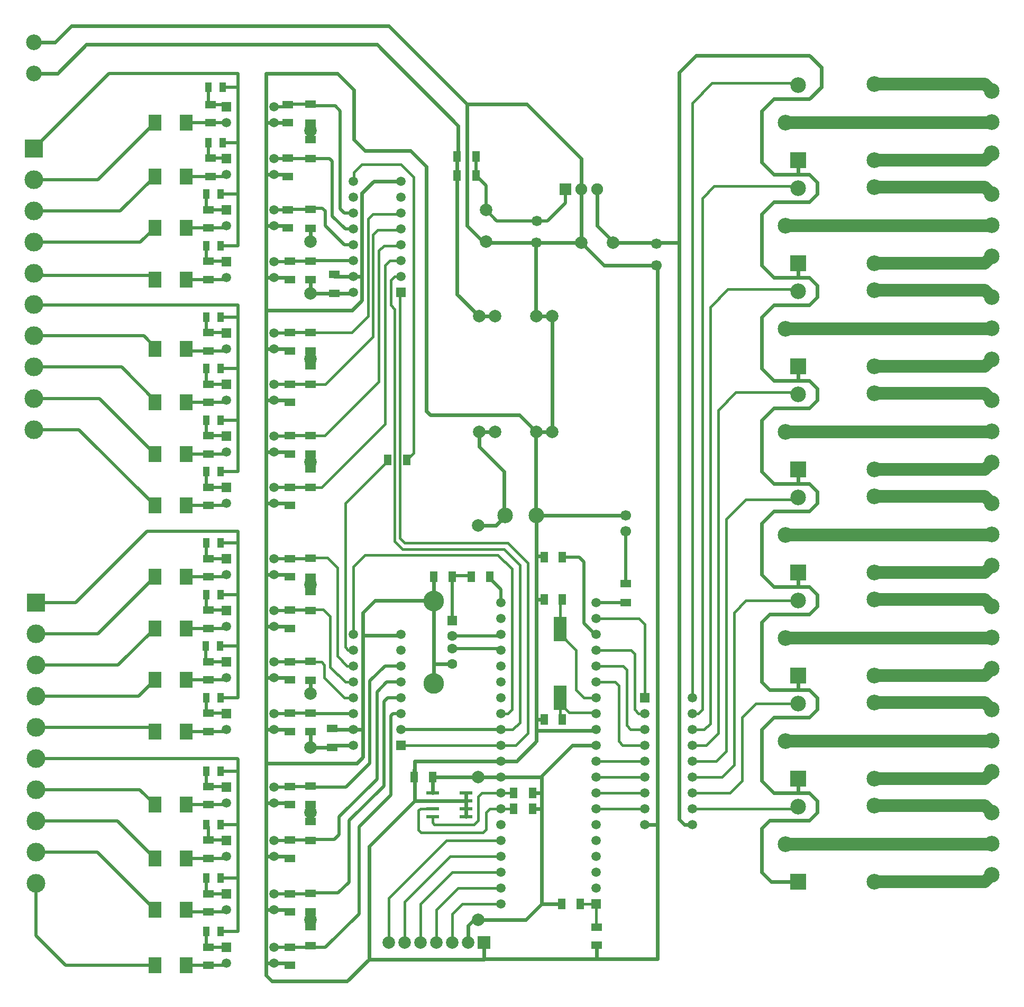
<source format=gbr>
G04 DipTrace 3.0.0.1*
G04 Íèæíèé.gbr*
%MOIN*%
G04 #@! TF.FileFunction,Copper,L2,Bot*
G04 #@! TF.Part,Single*
G04 #@! TA.AperFunction,Conductor*
%ADD13C,0.019685*%
%ADD14C,0.023622*%
%ADD15C,0.015748*%
G04 #@! TA.AperFunction,ComponentPad*
%ADD16C,0.07874*%
%ADD18R,0.070866X0.047244*%
%ADD19R,0.047244X0.070866*%
G04 #@! TA.AperFunction,ComponentPad*
%ADD20C,0.066929*%
%ADD21C,0.098425*%
%ADD22R,0.062992X0.062992*%
%ADD23C,0.062992*%
%ADD24C,0.129921*%
%ADD25C,0.098425*%
%ADD26R,0.098425X0.098425*%
%ADD27C,0.07874*%
%ADD28R,0.059055X0.059055*%
%ADD29C,0.059055*%
%ADD30R,0.07874X0.15748*%
G04 #@! TA.AperFunction,ComponentPad*
%ADD31R,0.074803X0.074803*%
%ADD32C,0.074803*%
%ADD33R,0.07874X0.098425*%
%ADD34R,0.03937X0.059055*%
G04 #@! TA.AperFunction,ComponentPad*
%ADD35C,0.066929*%
%ADD36C,0.059055*%
%ADD37R,0.11811X0.11811*%
%ADD38C,0.11811*%
%ADD39R,0.07874X0.07874*%
%ADD40R,0.07874X0.023622*%
%FSLAX26Y26*%
G04*
G70*
G90*
G75*
G01*
G04 Bottom*
%LPD*%
X1663701Y5982874D2*
D13*
X1749528D1*
X1763701Y5968701D1*
X1663701Y5982874D2*
X1651201D1*
Y6093701D1*
X1510551Y5868701D2*
X1663701D1*
X1763701D1*
X1663701Y5645354D2*
X1762047D1*
X1763701Y5643701D1*
X1663701Y5645354D2*
X1651201D1*
Y5743701D1*
X1663701Y5531181D2*
X1510551D1*
Y5531201D1*
X1663701Y5531181D2*
X1763701D1*
Y5543701D1*
X551181Y5706201D2*
X1026181Y6181201D1*
X1838701D1*
Y6093701D1*
Y5743701D1*
Y5418701D1*
Y5093701D1*
X1729252D1*
X1741752Y6093701D2*
X1838701D1*
X1741752Y5743701D2*
X1838701D1*
X1729252Y5418701D2*
X1838701D1*
X551181Y5509350D2*
X954350D1*
X1313701Y5868701D1*
X551181Y5312500D2*
X1095000D1*
X1313701Y5531201D1*
X1651201Y5320354D2*
X1762047D1*
X1763701Y5318701D1*
X1651201Y5320354D2*
X1638701D1*
Y5418701D1*
X1510551Y5206201D2*
X1651201D1*
Y5206181D1*
X1763701D1*
Y5218701D1*
X551181Y5115650D2*
X1223150D1*
X1313701Y5206201D1*
X1651201Y4995354D2*
X1762047D1*
X1763701Y4993701D1*
X1638701Y5093701D2*
Y4995354D1*
X1651201D1*
Y4881181D2*
X1763701D1*
Y4893701D1*
X1651201Y4881181D2*
X1510551D1*
Y4881201D1*
X551181Y4918799D2*
Y4906201D1*
X1313701D1*
Y4881201D1*
X1638701Y4643701D2*
Y4545394D1*
X1651201D1*
X1762008D1*
X1763701Y4543701D1*
X1651201Y4431220D2*
X1763701D1*
Y4443701D1*
X1651201Y4431220D2*
X1510551D1*
Y4443701D1*
X551181Y4721949D2*
Y4718701D1*
X1838701D1*
Y4643701D1*
Y4318701D1*
Y3993701D1*
Y3668701D1*
X1729252D1*
Y3993701D2*
X1838701D1*
X1729252Y4318701D2*
X1838701D1*
X1729252Y4643701D2*
X1838701D1*
X1313701Y4443701D2*
X1301201Y4431201D1*
X1338701D1*
X1244803Y4525098D1*
X551181D1*
X1651201Y4220394D2*
X1762008D1*
X1763701Y4218701D1*
X1651201Y4220394D2*
X1638701D1*
Y4318701D1*
X1510551Y4106201D2*
X1651201D1*
Y4106220D1*
X1763701D1*
Y4118701D1*
X1638701Y3993701D2*
Y3895374D1*
X1651201D1*
X1762028D1*
X1763701Y3893701D1*
X1651201Y3781201D2*
X1763701D1*
Y3793701D1*
X1651201Y3781201D2*
X1510551D1*
X1638701Y3668701D2*
Y3570394D1*
X1651201D1*
X1762008D1*
X1763701Y3568701D1*
X1651201Y3456220D2*
X1763701D1*
Y3468701D1*
X1651201Y3456220D2*
X1510551D1*
Y3456201D1*
X1313701Y4106201D2*
X1319951Y4112450D1*
X1104154Y4328248D1*
X551181D1*
X1313701Y3781201D2*
X963504Y4131398D1*
X551181D1*
X1313701Y3456201D2*
X835354Y3934547D1*
X551181D1*
X2063701Y5968701D2*
X2151181D1*
Y5982874D1*
X2563701Y5299951D2*
X2507451D1*
X2482451Y5324951D1*
Y5943701D1*
X2451201Y5974951D1*
X2304852D1*
X2294961Y5984843D1*
X2153150D1*
X2151181Y5982874D1*
X2063701Y5868701D2*
D14*
X2151181D1*
X2063701Y5543701D2*
X2138661D1*
X2151181Y5531181D1*
X2063701Y5218701D2*
X2138681D1*
X2151201Y5206181D1*
X2063701Y4893701D2*
X2151181D1*
X2163701Y4881181D1*
X2063701Y4443701D2*
X2151220D1*
X2163701Y4431220D1*
X2063701Y3793701D2*
X2151220D1*
X2163701Y3781220D1*
X2063701Y4118701D2*
X2151220D1*
X2163701Y4106220D1*
X2063701Y3468701D2*
X2151220D1*
X2163701Y3456220D1*
X2063701Y3018701D2*
X2151181D1*
X2163701Y3006181D1*
X2063701Y2693701D2*
X2151181D1*
X2163701Y2681181D1*
X2063701Y2368701D2*
X2151181D1*
X2163701Y2356181D1*
X2063701Y2043701D2*
X2151181D1*
X2163701Y2031181D1*
X2063701Y1581201D2*
X2151201D1*
X2163701Y1568701D1*
X2063701Y1243701D2*
X2151220D1*
X2163701Y1231220D1*
X2063701Y906201D2*
X2151201D1*
X2163701Y893701D1*
X2063701Y568701D2*
X2151181D1*
X2163701Y556181D1*
X2063701Y4893701D2*
X2013701D1*
Y5218701D1*
Y5543701D1*
Y5868701D1*
X2016957D1*
X2063701D1*
Y5543701D2*
X2013701D1*
X2063701Y5218701D2*
X2013701D1*
Y4893701D2*
Y4687451D1*
Y4443701D1*
Y4118701D1*
Y3793701D1*
Y3468701D1*
Y3018701D1*
Y2693701D1*
Y2368701D1*
Y2043701D1*
Y1831201D1*
Y1581201D1*
Y1243701D1*
Y912698D1*
Y568701D1*
X2063701D1*
Y906201D2*
X2020198D1*
X2013701Y912698D1*
X2063701Y1243701D2*
X2013701D1*
X2063701Y1581201D2*
X2013701D1*
X2063701Y2043701D2*
X2013701D1*
X2063701Y2368701D2*
X2013701D1*
X2063701Y2693701D2*
X2013701D1*
X2063701Y3018701D2*
X2013701D1*
X2063701Y3468701D2*
X2013701D1*
X2063701Y3793701D2*
X2013701D1*
X2063701Y4118701D2*
X2013701D1*
X2063701Y4443701D2*
X2013701D1*
X3719951Y5112451D2*
X3713701D1*
Y4668702D1*
X3732451Y4649951D1*
X3817451D1*
X3070591Y2852067D2*
Y2455610D1*
Y2334744D1*
X3188701Y2455610D2*
X3070591D1*
Y3006201D2*
Y2852067D1*
X3494951Y1843701D2*
X3594058D1*
X3719598Y1969241D1*
Y2037451D1*
X4088702D1*
X4094951Y2043701D1*
X3388701Y699951D2*
Y595472D1*
X4097953D1*
Y682087D1*
X3768268Y2862450D2*
X3719598D1*
Y2106727D1*
X3768268D1*
X3719598D2*
Y2037451D1*
X3388701Y699951D2*
Y593701D1*
X2663701D1*
Y1306201D1*
X2951201Y1593701D1*
Y1843701D1*
X3494951D1*
X3717451Y3919951D2*
X3817451D1*
X3717451D2*
X3713701D1*
Y3437451D1*
X3719951Y3431201D1*
Y3393701D1*
Y3137451D1*
X3768268D1*
Y3131201D1*
X3719598Y2862450D2*
X3719951Y3137451D1*
X3817451Y4649951D2*
Y3919951D1*
X3717451Y4649951D2*
X3817451D1*
X3401201Y5118690D2*
Y5112451D1*
X3719951D1*
X4001190Y5112450D2*
Y5387461D1*
X4001201Y5387450D1*
Y5449951D1*
X4400777Y1444213D2*
X4482451D1*
Y4943701D1*
X4463701Y4962451D1*
X4469951D1*
X4476201Y4968701D1*
X4001190Y5112450D2*
X3719951Y5112451D1*
X4476201Y4968701D2*
X4144940D1*
X4001190Y5112450D1*
X3401201Y5118690D2*
X3382462D1*
X3282451Y5218701D1*
Y5987450D1*
X2788701Y6481201D1*
X788701D1*
X685551Y6378051D1*
X551181D1*
X2563701Y2043701D2*
X2626201D1*
Y2637451D1*
X2857451D1*
X2863701Y2643701D1*
X2563701Y2043701D2*
X2438062D1*
X2432451Y2049311D1*
X2444951Y4912451D2*
Y4899951D1*
X2563701D1*
X2619951D1*
Y5424951D1*
X2694951Y5499951D1*
X2863701D1*
X2619951Y4899951D2*
Y4749951D1*
X2557451Y4687451D1*
X2013701D1*
X2626201Y2043701D2*
Y1868701D1*
X2588701Y1831201D1*
X2013701D1*
Y5868701D2*
Y6181201D1*
X2463702D1*
X2569951Y6074951D1*
Y5762450D1*
X2638701Y5693701D1*
X2926201D1*
X3026201Y5593701D1*
Y4049951D1*
X3051201Y4024951D1*
X3612451D1*
X3717451Y3919951D1*
X4282450Y3393685D2*
X3719951D1*
Y3393701D1*
X3276299Y1643701D2*
Y1593701D1*
Y1543701D1*
Y1493701D1*
Y1593701D2*
X3063701D1*
X2951201D1*
X2949528Y1743701D2*
X2951201Y1843701D1*
X2013701Y568701D2*
Y493701D1*
X2051201Y456201D1*
X2526201D1*
X2663701Y593701D1*
X3282451Y5987450D2*
X3657451D1*
X4001201Y5643701D1*
Y5449951D1*
X4097953Y595472D2*
X4481811D1*
Y1444213D1*
X2626201Y2637451D2*
Y2781201D1*
X2701201Y2856201D1*
X3066457D1*
X3070591Y2852067D1*
X2063701Y5643701D2*
D13*
X2151181D1*
Y5645354D1*
X2563701Y5199951D2*
X2513701D1*
X2432451Y5281201D1*
Y5624950D1*
X2413701Y5643701D1*
X2294961D1*
X2152835D1*
X2151181Y5645354D1*
X2063701Y5318701D2*
X2151201D1*
Y5320354D1*
X2563701Y5099951D2*
X2507450D1*
X2388701Y5218701D1*
Y5312451D1*
X2369951Y5331201D1*
X2303839D1*
X2294961Y5322323D1*
X2153169D1*
X2151201Y5320354D1*
X2063701Y4993701D2*
X2163701D1*
Y4995354D1*
X2563701Y4999951D2*
X2297589D1*
X2294961Y4997323D1*
X2163701Y4995354D2*
X2292992D1*
X2294961Y4997323D1*
X2063701Y4543701D2*
X2163701D1*
Y4545394D1*
X2292992D1*
X2294961Y4547362D1*
D15*
X2554862D1*
X2657451Y4649951D1*
Y5262451D1*
X2688701Y5293701D1*
X2857450D1*
X2863701Y5299951D1*
X2063701Y4218701D2*
D13*
X2162008D1*
X2163701Y4220394D1*
X2293268D1*
X2294961Y4218701D1*
D15*
X2388701D1*
X2688701Y4518701D1*
Y5162450D1*
X2719951Y5193701D1*
X2857450D1*
X2863701Y5199951D1*
X2063701Y3893701D2*
D13*
X2163701D1*
Y3895394D1*
X2292992D1*
X2294961Y3897362D1*
D15*
X2386112D1*
X2726201Y4237451D1*
Y5062451D1*
X2757450Y5093701D1*
X2857450D1*
X2863701Y5099951D1*
X2063701Y3568701D2*
D13*
X2163701D1*
Y3570394D1*
X2863701Y4999951D2*
D15*
X2794951D1*
X2763701Y4968701D1*
Y3968701D1*
X2363701Y3568701D1*
X2294961D1*
D13*
X2165394D1*
X2163701Y3570394D1*
X2563701Y1943701D2*
D14*
X2444951D1*
X2432451Y1931201D1*
X2294951D1*
Y2029203D1*
X2294961Y2029213D1*
X2444951Y4794341D2*
X2558091D1*
X2563701Y4799951D1*
X2444951Y4794341D2*
X2306811D1*
X2300698Y4800454D1*
X2294951Y4806201D1*
Y4879203D1*
X2294961Y4879213D1*
X3494951Y1743701D2*
X3744951D1*
X3944951Y1943701D1*
X4094951D1*
X3288701Y699951D2*
Y806201D1*
X3326201Y843701D1*
X3351201D1*
X3651201D1*
X3751201Y943701D1*
Y1543701D1*
Y1643701D1*
Y1743701D1*
X3744951D1*
X3876841Y943701D2*
X3751201D1*
X3357451Y3919951D2*
Y3824950D1*
X3513701Y3668701D1*
Y3393701D1*
X3523101D1*
X3357451Y3919951D2*
X3457451D1*
X3494951Y1743701D2*
X3351201D1*
X3063701D1*
Y1643701D1*
X3694311D2*
X3751201D1*
X3694311Y1543701D2*
X3751201D1*
X2294961Y891732D2*
Y843701D1*
Y799311D1*
Y1461811D2*
Y1518701D1*
Y1568692D1*
X2294951Y1568701D1*
X2294961Y5866732D2*
Y5818701D1*
Y5761811D1*
Y4336811D2*
Y4381201D1*
Y4429252D1*
Y3779252D2*
Y3731201D1*
Y3686811D1*
Y2911811D2*
Y2956201D1*
Y3004213D1*
Y843701D2*
D3*
Y1518701D2*
D3*
Y1931201D2*
X2294951D1*
X2294961Y2956201D2*
X2301201D1*
X2294961Y3731201D2*
X2301201D1*
X2294961Y4381201D2*
X2288701D1*
X2294961Y4793701D2*
Y4800454D1*
X2300698D1*
X2294961Y4793701D2*
X2301201D1*
X2294961Y5118701D2*
X2288701D1*
X2294961D2*
Y5204213D1*
Y2268701D2*
Y2354213D1*
Y5818701D2*
X2288701D1*
X3351181Y1743701D2*
X3351201D1*
X3523101Y3393701D2*
Y3390601D1*
X3463701Y3331201D1*
X3326201D1*
X3351201D1*
X3376201D1*
Y3343701D1*
X3351181Y843701D2*
X3351201D1*
X1651181Y3120354D2*
D13*
X1762047D1*
X1763701Y3118701D1*
X1651181Y3120354D2*
X1638701D1*
Y3218701D1*
X1510551Y3006201D2*
X1651181D1*
Y3006181D1*
X1751181D1*
X1763701Y3018701D1*
X1638701Y2893701D2*
Y2807854D1*
X1651201Y2795354D1*
X1762047D1*
X1763701Y2793701D1*
X1651201Y2681181D2*
X1751181D1*
X1763701Y2693701D1*
X1510551Y2681201D2*
X1651201D1*
Y2681181D1*
X563701Y2843701D2*
X813701D1*
X1263701Y3293701D1*
X1838701D1*
Y3218701D1*
Y2893701D1*
Y2568701D1*
Y2243701D1*
X1729252D1*
Y3218701D2*
X1838701D1*
X1729252Y2893701D2*
X1838701D1*
X1726201Y2568701D2*
X1838701D1*
X563701Y2646850D2*
X954350D1*
X1313701Y3006201D1*
X563701Y2450000D2*
X1082500D1*
X1313701Y2681201D1*
X1635650Y2568701D2*
Y2485906D1*
X1651201Y2470354D1*
X1762047D1*
X1763701Y2468701D1*
X1651201Y2356181D2*
X1751181D1*
X1763701Y2368701D1*
X1510551Y2356201D2*
X1651201D1*
Y2356181D1*
X563701Y2253150D2*
X1210650D1*
X1313701Y2356201D1*
X1638701Y2243701D2*
Y2157854D1*
X1651201Y2145354D1*
X1762047D1*
X1763701Y2143701D1*
X1651201Y2031181D2*
X1751181D1*
X1763701Y2043701D1*
X1510551Y2031201D2*
X1651201D1*
Y2031181D1*
X563701Y2056299D2*
X1288602D1*
X1313701Y2031201D1*
X1651201Y1682874D2*
X1638701D1*
Y1781201D1*
X1651201Y1682874D2*
X1762028D1*
X1763701Y1681201D1*
X1651201Y1568701D2*
X1510551D1*
X1651201D2*
X1751201D1*
X1763701Y1581201D1*
X563701Y1859449D2*
X1835453D1*
X1838701Y1856201D1*
Y1781201D1*
Y1443701D1*
Y1106201D1*
Y768701D1*
X1729252D1*
Y1106201D2*
X1838701D1*
X1729252Y1781201D2*
X1838701D1*
X1729252Y1443701D2*
X1838701D1*
X563701Y1662598D2*
X1219803D1*
X1313701Y1568701D1*
X1651201Y1345394D2*
Y1431201D1*
X1638701Y1443701D1*
X1651201Y1345394D2*
X1762008D1*
X1763701Y1343701D1*
X1651201Y1231220D2*
X1510551D1*
Y1231201D1*
X1651201Y1231220D2*
X1751220D1*
X1763701Y1243701D1*
X1638701Y1106201D2*
Y1020374D1*
X1651201Y1007874D1*
X1762028D1*
X1763701Y1006201D1*
X1651201Y893701D2*
X1751201D1*
X1763701Y906201D1*
X1651201Y893701D2*
X1523051D1*
X1510551Y906201D1*
X1651201Y670354D2*
X1638701D1*
Y768701D1*
X1651201Y670354D2*
X1762047D1*
X1763701Y668701D1*
X1651201Y556181D2*
X1751181D1*
X1763701Y568701D1*
X1651201Y556181D2*
X1510551D1*
Y556201D1*
X563701Y1465748D2*
X1079154D1*
X1313701Y1231201D1*
X563701Y1268898D2*
X951004D1*
X1313701Y906201D1*
X563701Y1072047D2*
Y743701D1*
X751201Y556201D1*
X1313701D1*
X2063701Y3118701D2*
X2162047D1*
X2163701Y3120354D1*
X2294961Y3122323D2*
Y3118701D1*
X2165354D1*
X2163701Y3120354D1*
X2563701Y2443701D2*
D15*
X2526201D1*
X2463701Y2506201D1*
Y3062451D1*
X2401201Y3124951D1*
X2297589D1*
X2294961Y3122323D1*
X3494951Y1643701D2*
X3376201D1*
X3351201Y1618701D1*
Y1468701D1*
X3326201Y1443701D1*
X3076201D1*
X3063701Y1456201D1*
Y1493701D1*
X3494951Y1643701D2*
X3576201D1*
X2063701Y2793701D2*
D13*
X2162047D1*
X2163701Y2795354D1*
X2293307D1*
X2294961Y2793701D1*
X2563701Y2343701D2*
D15*
X2513701D1*
X2419951Y2437450D1*
Y2756201D1*
X2376201Y2799951D1*
X2301211D1*
X2294961Y2793701D1*
X2063701Y2468701D2*
D13*
X2162047D1*
X2163701Y2470354D1*
X2292992D1*
X2294961Y2472323D1*
X2563701Y2243701D2*
D15*
X2507451D1*
X2382451Y2368701D1*
Y2449950D1*
X2363701Y2468701D1*
X2291339D1*
X2294961Y2472323D1*
X2063701Y2143701D2*
D13*
X2162047D1*
X2163701Y2145354D1*
X2292992D1*
X2294961Y2147323D1*
X2563701Y2143701D2*
X2298583D1*
X2294961Y2147323D1*
X2063701Y1681201D2*
X2162028D1*
X2163701Y1682874D1*
X2291014D1*
X2294951Y1686811D1*
X2863701Y2443701D2*
X2763701D1*
X2669951Y2349951D1*
Y1831202D1*
X2519950Y1681201D1*
X2300562D1*
X2294951Y1686811D1*
X2063701Y1343701D2*
X2162008D1*
X2163701Y1345394D1*
X2293268D1*
X2294961Y1343701D1*
X2863701Y2343701D2*
X2776201D1*
X2713701Y2281201D1*
Y1731201D1*
X2476201Y1493701D1*
Y1381201D1*
X2444951Y1349951D1*
X2301211D1*
X2294961Y1343701D1*
X2063701Y1006201D2*
X2162028D1*
X2163701Y1007874D1*
X2292992D1*
X2294961Y1009843D1*
X2863701Y2243701D2*
X2782451D1*
X2757451Y2218701D1*
Y1687451D1*
X2538701Y1468701D1*
Y1081201D1*
X2469951Y1012451D1*
X2297570D1*
X2294961Y1009843D1*
X2063701Y668701D2*
X2162047D1*
X2163701Y670354D1*
X2284114D1*
X2294961Y681201D1*
X2863701Y2143701D2*
X2813701D1*
X2801201Y2131201D1*
Y1631201D1*
X2601201Y1431201D1*
Y881201D1*
X2388701Y668701D1*
X2301201D1*
X2307451Y674951D1*
X2301210D1*
X2294961Y681201D1*
X2900562Y3743701D2*
D15*
X2944680Y3787819D1*
Y5525222D1*
X2863701Y5606201D1*
X2619951D1*
X2569951Y5556201D1*
Y5506202D1*
X2563701Y5499951D1*
X4700777Y2244213D2*
Y5993277D1*
X4826201Y6118701D1*
X5353661D1*
X5367441Y6104921D1*
X4700777Y2144213D2*
X4739213D1*
X4763701Y2168701D1*
Y5393701D1*
X4838701Y5468701D1*
X5353661D1*
X5367441Y5454921D1*
X4700777Y2044213D2*
X4776713D1*
X4813701Y2081201D1*
Y4706201D1*
X4926201Y4818701D1*
X5353661D1*
X5367441Y4804921D1*
X4700777Y1944213D2*
X4789213D1*
X4863701Y2018701D1*
Y4056201D1*
X4976201Y4168701D1*
X5353661D1*
X5367441Y4154921D1*
X4700777Y1844213D2*
X4851713D1*
X4913701Y1906201D1*
Y3368701D1*
X5038701Y3493701D1*
X5356220D1*
X5367441Y3504921D1*
X4700777Y1744213D2*
X4889213D1*
X4963701Y1818701D1*
Y2781201D1*
X5038701Y2856201D1*
X5368720D1*
X5367441Y2854921D1*
X4700777Y1644213D2*
X4939213D1*
X5013701Y1718701D1*
Y2118701D1*
X5101201Y2206201D1*
X5368720D1*
X5367441Y2204921D1*
X4700777Y1544213D2*
X5356732D1*
X5367441Y1554921D1*
Y1082480D2*
D14*
X5199921D1*
X5138701Y1143701D1*
Y1418701D1*
X5188701Y1468701D1*
X5438701D1*
X5488701Y1518701D1*
Y1593701D1*
X5438701Y1643701D1*
X5367441D1*
X5213701D1*
X5138701Y1718701D1*
Y2043701D1*
X5213701Y2118701D1*
X5438701D1*
X5488701Y2168701D1*
Y2243701D1*
X5438701Y2293701D1*
X5367441D1*
X5188701D1*
X5138701Y2343701D1*
Y2718701D1*
X5188701Y2768701D1*
X5438701D1*
X5488701Y2818701D1*
Y2893701D1*
X5438701Y2943701D1*
X5367441D1*
X5213701D1*
X5138701Y3018701D1*
Y3343701D1*
X5213701Y3418701D1*
X5438701D1*
X5488701Y3468701D1*
Y3543701D1*
X5438701Y3593701D1*
X5367441D1*
X5213701D1*
X5138701Y3668701D1*
Y3993701D1*
X5213701Y4068701D1*
X5438701D1*
X5488701Y4118701D1*
Y4193701D1*
X5438701Y4243701D1*
X5367441D1*
X5213701D1*
X5138701Y4318701D1*
Y4643701D1*
X5213701Y4718701D1*
X5438701D1*
X5488701Y4768701D1*
Y4843701D1*
X5438701Y4893701D1*
X5367441D1*
X5213701D1*
X5138701Y4968701D1*
Y5293701D1*
X5213701Y5368701D1*
X5438701D1*
X5488701Y5418701D1*
Y5493701D1*
X5438701Y5543701D1*
X5367441D1*
X5213701D1*
X5138701Y5618701D1*
Y5943701D1*
X5213701Y6018701D1*
X5438701D1*
X5513701Y6093701D1*
Y6218701D1*
X5438701Y6293701D1*
X4726201D1*
X4619951Y6187451D1*
Y5112450D1*
X4476594D1*
X4201190D1*
X5367441Y1732480D2*
Y1643701D1*
Y2382480D2*
Y2293701D1*
Y3032480D2*
Y2943701D1*
Y3682480D2*
Y3593701D1*
Y4332480D2*
Y4243701D1*
Y4982480D2*
Y4893701D1*
Y5632480D2*
Y5543701D1*
X4101201Y5449951D2*
Y5218701D1*
X4207451Y5112450D1*
X4201190D1*
X4700777Y1444213D2*
X4650689D1*
X4619951Y1474950D1*
Y5112450D1*
X4476594Y5106398D2*
Y5112450D1*
X3338062Y5656201D2*
D13*
Y5537451D1*
X3401201Y5318690D2*
Y5474312D1*
X3338062Y5537451D1*
X3720345Y5250148D2*
X3469743D1*
X3401201Y5318690D1*
X3720345Y5250148D2*
X3788899D1*
X3901201Y5362450D1*
Y5449951D1*
X4094951Y2843701D2*
X4282451D1*
X5847756Y6112795D2*
D16*
X6544606D1*
X6588701Y6068701D1*
X5847756Y5632480D2*
X6546161D1*
X6588696Y5675014D1*
X5288701Y5868701D2*
X6585531D1*
X6588696Y5871865D1*
X5847756Y5462795D2*
X6544606D1*
X6588701Y5418701D1*
X5847756Y4982480D2*
X6546161D1*
X6588696Y5025014D1*
X5288701Y5218701D2*
X6585531D1*
X6588696Y5221865D1*
X5847756Y4812795D2*
X6544606D1*
X6588701Y4768701D1*
X5288701Y4568701D2*
X6585531D1*
X6588696Y4571865D1*
X5847756Y4332480D2*
X6546161D1*
X6588696Y4375014D1*
X5847756Y4162795D2*
X6544606D1*
X6588701Y4118701D1*
X5847756Y3682480D2*
X6546161D1*
X6588696Y3725014D1*
X5288701Y3918701D2*
X6585531D1*
X6588696Y3921865D1*
X5847756Y3512795D2*
X6544606D1*
X6588701Y3468701D1*
X5847756Y3032480D2*
X6546161D1*
X6588696Y3075014D1*
X5288701Y3268701D2*
X6585531D1*
X6588696Y3271865D1*
X5847756Y2862795D2*
X6544606D1*
X6588701Y2818701D1*
X5847756Y2382480D2*
X6546161D1*
X6588696Y2425014D1*
X5288701Y2618701D2*
X6585531D1*
X6588696Y2621865D1*
X5847756Y2212795D2*
X6544606D1*
X6588701Y2168701D1*
X5847756Y1732480D2*
X6546161D1*
X6588696Y1775014D1*
X5288701Y1968701D2*
X6585531D1*
X6588696Y1971865D1*
X5847756Y1562795D2*
X6544606D1*
X6588701Y1518701D1*
X5847756Y1082480D2*
X6546161D1*
X6588696Y1125014D1*
X5288701Y1318701D2*
X6585531D1*
X6588696Y1321865D1*
X4094951Y2643701D2*
D13*
X4088701D1*
X4019951Y2712450D1*
Y3099950D1*
X3988701Y3131201D1*
X3882441D1*
X3869583Y2242346D2*
D15*
Y2106727D1*
X3882441D1*
X3869583Y2242346D2*
Y2206717D1*
X3926348Y2149951D1*
X4101202D1*
X4094951Y2143701D1*
X3869583Y2675417D2*
Y2862450D1*
X3882441D1*
X3869583Y2675417D2*
X3838336D1*
X3969572Y2544181D1*
Y2294207D1*
X4020079Y2243701D1*
X4094951D1*
X4097953Y796260D2*
X4094951D1*
Y943701D1*
X3994951D2*
X4094951D1*
X3494951Y2843701D2*
D13*
Y2924950D1*
X3413701Y3006201D1*
X3426201D1*
X3188701D2*
Y3012441D1*
X3308091D1*
Y3006201D1*
X3188701Y2731201D2*
Y3006201D1*
Y2632776D2*
X3484026D1*
X3494951Y2643701D1*
X3188701Y2554035D2*
X3484617D1*
X3494951Y2543701D1*
X4282451Y2961811D2*
X4282450Y3293686D1*
X2782451Y3743701D2*
D15*
X2788092D1*
X2513701Y3469310D1*
Y2562451D1*
X2532451Y2543701D1*
X2563701D1*
X3188701Y699951D2*
Y881201D1*
X3251201Y943701D1*
X3494951D1*
X3088701Y699951D2*
Y906201D1*
X3226201Y1043701D1*
X3494951D1*
X2988701Y699951D2*
Y943701D1*
X3188701Y1143701D1*
X3494951D1*
X2888701Y699951D2*
Y956201D1*
X3176201Y1243701D1*
X3494951D1*
X2788701Y699951D2*
Y981201D1*
X3151201Y1343701D1*
X3494951D1*
X3357451Y4649951D2*
D14*
X3457451D1*
X3219951Y5656201D2*
Y5537451D1*
X551181Y6181201D2*
X701201D1*
X882451Y6362451D1*
X2713701D1*
X3226201Y5849951D1*
Y5662450D1*
X3219951Y5656201D1*
Y5537451D2*
Y4787451D1*
X3357451Y4649951D1*
X3494951Y1543701D2*
D15*
X3426201D1*
X3401201Y1518701D1*
Y1414469D1*
X3380433Y1393701D1*
X2992638D1*
X2976201Y1410138D1*
Y1532776D1*
X2987126Y1543701D1*
X3063701D1*
X3494951D2*
X3576201D1*
X2863701Y2043701D2*
D13*
X3494951D1*
X2863701Y4899951D2*
D15*
X2826202D1*
X2801201Y4874950D1*
Y4718701D1*
X2826201Y4693701D1*
Y3231201D1*
X2876201Y3181201D1*
X3513701D1*
X3613701Y3081201D1*
Y2087450D1*
X3569951Y2043701D1*
X3494951D1*
X4400777Y2244213D2*
Y2706625D1*
X4363701Y2743701D1*
X4094951D1*
X4400777Y2144213D2*
X4363189D1*
X4338701Y2168701D1*
Y2518701D1*
X4313701Y2543701D1*
X4094951D1*
X4400777Y2044213D2*
X4313189D1*
X4288701Y2068701D1*
Y2418701D1*
X4263701Y2443701D1*
X4094951D1*
X4400777Y1944213D2*
X4263189D1*
X4238701Y1968701D1*
Y2318701D1*
X4213701Y2343701D1*
X4094951D1*
X4400777Y1844213D2*
X4095463D1*
X4094951Y1843701D1*
X4400777Y1744213D2*
X4095463D1*
X4094951Y1743701D1*
X4400777Y1644213D2*
X4095463D1*
X4094951Y1643701D1*
X4400777Y1544213D2*
X4095463D1*
X4094951Y1543701D1*
X2863701Y1943701D2*
X3494951D1*
X3588701D1*
X3663701Y2018701D1*
Y3093701D1*
X3538701Y3218701D1*
X2888701D1*
X2857451Y3249950D1*
Y4799951D1*
X2863701D1*
X2563701Y2643701D2*
Y3068701D1*
X2638701Y3143701D1*
X3476201D1*
X3563701Y3056201D1*
Y2168701D1*
X3538701Y2143701D1*
X3494951D1*
D18*
X1663701Y5868701D3*
Y5982874D3*
Y5531181D3*
Y5645354D3*
X1651201Y5206181D3*
Y5320354D3*
Y4881181D3*
Y4995354D3*
Y4431220D3*
Y4545394D3*
Y4106220D3*
Y4220394D3*
Y3781201D3*
Y3895374D3*
Y3456220D3*
Y3570394D3*
X1651181Y3006181D3*
Y3120354D3*
X1651201Y2681181D3*
Y2795354D3*
Y2356181D3*
Y2470354D3*
Y2031181D3*
Y2145354D3*
Y1568701D3*
Y1682874D3*
Y1231220D3*
Y1345394D3*
Y893701D3*
Y1007874D3*
Y556181D3*
Y670354D3*
X2151181Y5982874D3*
Y5868701D3*
Y5645354D3*
Y5531181D3*
X2151201Y5320354D3*
Y5206181D3*
X2163701Y4995354D3*
Y4881181D3*
Y4545394D3*
Y4431220D3*
Y4220394D3*
Y4106220D3*
Y3895394D3*
Y3781220D3*
Y3570394D3*
Y3456220D3*
Y3120354D3*
Y3006181D3*
Y2795354D3*
Y2681181D3*
Y2470354D3*
Y2356181D3*
Y2145354D3*
Y2031181D3*
Y1682874D3*
Y1568701D3*
Y1345394D3*
Y1231220D3*
Y1007874D3*
Y893701D3*
Y670354D3*
Y556181D3*
X2444951Y4794341D3*
Y4912451D3*
X2432451Y1931201D3*
Y2049311D3*
D19*
X3768268Y2862450D3*
X3882441D3*
X3768268Y2106727D3*
X3882441D3*
D18*
X4097953Y682087D3*
Y796260D3*
D19*
X3882441Y3131201D3*
X3768268D3*
D20*
X3719951Y5112451D3*
X3720345Y5250148D3*
D16*
X3401201Y5118693D3*
Y5318693D3*
X4001193Y5112450D3*
X4201193D3*
D20*
X4476201Y4968701D3*
X4476594Y5106398D3*
D21*
X3719951Y3393701D3*
X3523101D3*
D22*
X3188701Y2731201D3*
D23*
Y2632776D3*
Y2554035D3*
Y2455610D3*
D24*
X3070591Y2852067D3*
Y2334744D3*
D25*
X5288701Y5868701D3*
D26*
X5367441Y5632480D3*
D25*
Y6104921D3*
X5847756Y6112795D3*
Y5632480D3*
X5288701Y5218701D3*
D26*
X5367441Y4982480D3*
D25*
Y5454921D3*
X5847756Y5462795D3*
Y4982480D3*
X5288701Y4568701D3*
D26*
X5367441Y4332480D3*
D25*
Y4804921D3*
X5847756Y4812795D3*
Y4332480D3*
X5288701Y3918701D3*
D26*
X5367441Y3682480D3*
D25*
Y4154921D3*
X5847756Y4162795D3*
Y3682480D3*
X5288701Y3268701D3*
D26*
X5367441Y3032480D3*
D25*
Y3504921D3*
X5847756Y3512795D3*
Y3032480D3*
X5288701Y2618701D3*
D26*
X5367441Y2382480D3*
D25*
Y2854921D3*
X5847756Y2862795D3*
Y2382480D3*
X5288701Y1968701D3*
D26*
X5367441Y1732480D3*
D25*
Y2204921D3*
X5847756Y2212795D3*
Y1732480D3*
X5288701Y1318701D3*
D26*
X5367441Y1082480D3*
D25*
Y1554921D3*
X5847756Y1562795D3*
Y1082480D3*
D27*
X3357451Y4649951D3*
X3457451D3*
X3717451D3*
X3817451D3*
Y3919951D3*
X3717451D3*
X3357451D3*
X3457451D3*
D28*
X4400777Y2244213D3*
D29*
Y2144213D3*
Y2044213D3*
Y1944213D3*
Y1844213D3*
Y1744213D3*
Y1644213D3*
Y1544213D3*
Y1444213D3*
X4700777D3*
Y1544213D3*
Y1644213D3*
Y1744213D3*
Y1844213D3*
Y1944213D3*
Y2044213D3*
Y2144213D3*
Y2244213D3*
D30*
X3869583Y2675417D3*
Y2242346D3*
D18*
X2294961Y5984843D3*
Y5866732D3*
Y3122323D3*
Y3004213D3*
Y5643701D3*
Y5761811D3*
Y2793701D3*
Y2911811D3*
Y5322323D3*
Y5204213D3*
Y2472323D3*
Y2354213D3*
Y4997323D3*
Y4879213D3*
Y2147323D3*
Y2029213D3*
Y4429252D3*
Y4547362D3*
X2294951Y1568701D3*
Y1686811D3*
X2294961Y4218701D3*
Y4336811D3*
Y1343701D3*
Y1461811D3*
Y3897362D3*
Y3779252D3*
Y1009843D3*
Y891732D3*
Y3568701D3*
Y3686811D3*
Y681201D3*
Y799311D3*
D19*
X2782451Y3743701D3*
X2900562D3*
X3994951Y943701D3*
X3876841D3*
X3426201Y3006201D3*
X3308091D3*
D18*
X4282451Y2843701D3*
Y2961811D3*
D19*
X3188701Y3006201D3*
X3070591D3*
D28*
X2863701Y4799951D3*
D29*
Y4899951D3*
Y4999951D3*
Y5099951D3*
Y5199951D3*
Y5299951D3*
Y5399951D3*
Y5499951D3*
X2563701D3*
Y5399951D3*
Y5299951D3*
Y5199951D3*
Y5099951D3*
Y4999951D3*
Y4899951D3*
Y4799951D3*
D28*
X2863701Y1943701D3*
D29*
Y2043701D3*
Y2143701D3*
Y2243701D3*
Y2343701D3*
Y2443701D3*
Y2543701D3*
Y2643701D3*
X2563701D3*
Y2543701D3*
Y2443701D3*
Y2343701D3*
Y2243701D3*
Y2143701D3*
Y2043701D3*
Y1943701D3*
D28*
X4094951Y943701D3*
D29*
Y1043701D3*
Y1143701D3*
Y1243701D3*
Y1343701D3*
Y1443701D3*
Y1543701D3*
Y1643701D3*
Y1743701D3*
Y1843701D3*
Y1943701D3*
Y2043701D3*
Y2143701D3*
Y2243701D3*
Y2343701D3*
Y2443701D3*
Y2543701D3*
Y2643701D3*
Y2743701D3*
Y2843701D3*
X3494951D3*
Y2743701D3*
Y2643701D3*
Y2543701D3*
Y2443701D3*
Y2343701D3*
Y2243701D3*
Y2143701D3*
Y2043701D3*
Y1943701D3*
Y1843701D3*
Y1743701D3*
Y1643701D3*
Y1543701D3*
Y1443701D3*
Y1343701D3*
Y1243701D3*
Y1143701D3*
Y1043701D3*
Y943701D3*
D31*
X3901201Y5449951D3*
D32*
X4001201D3*
X4101201D3*
D33*
X1313701Y5868701D3*
X1510551D3*
X1313701Y5531201D3*
X1510551D3*
X1313701Y5206201D3*
X1510551D3*
X1313701Y4881201D3*
X1510551D3*
X1313701Y4443701D3*
X1510551D3*
X1313701Y4106201D3*
X1510551D3*
X1313701Y3781201D3*
X1510551D3*
X1313701Y3456201D3*
X1510551D3*
X1313701Y3006201D3*
X1510551D3*
X1313701Y2681201D3*
X1510551D3*
X1313701Y2356201D3*
X1510551D3*
X1313701Y2031201D3*
X1510551D3*
X1313701Y1568701D3*
X1510551D3*
X1313701Y1231201D3*
X1510551D3*
X1313701Y906201D3*
X1510551D3*
X1313701Y556201D3*
X1510551D3*
D34*
X1651201Y6093701D3*
X1741752D3*
X1651201Y5743701D3*
X1741752D3*
X1638701Y5418701D3*
X1729252D3*
X1638701Y5093701D3*
X1729252D3*
X1638701Y4643701D3*
X1729252D3*
X1638701Y4318701D3*
X1729252D3*
X1638701Y3993701D3*
X1729252D3*
X1638701Y3668701D3*
X1729252D3*
X1638701Y3218701D3*
X1729252D3*
X1638701Y2893701D3*
X1729252D3*
X1635650Y2568701D3*
X1726201D3*
X1638701Y2243701D3*
X1729252D3*
X1638701Y1781201D3*
X1729252D3*
X1638701Y1443701D3*
X1729252D3*
X1638701Y1106201D3*
X1729252D3*
X1638701Y768701D3*
X1729252D3*
D35*
X4282450Y3393690D3*
Y3293690D3*
D28*
X1763701Y5968701D3*
D36*
Y5868701D3*
X2063701D3*
Y5968701D3*
D28*
X1763701Y5643701D3*
D36*
Y5543701D3*
X2063701D3*
Y5643701D3*
D28*
X1763701Y5318701D3*
D36*
Y5218701D3*
X2063701D3*
Y5318701D3*
D28*
X1763701Y4993701D3*
D36*
Y4893701D3*
X2063701D3*
Y4993701D3*
D28*
X1763701Y4543701D3*
D36*
Y4443701D3*
X2063701D3*
Y4543701D3*
D28*
X1763701Y4218701D3*
D36*
Y4118701D3*
X2063701D3*
Y4218701D3*
D28*
X1763701Y3893701D3*
D36*
Y3793701D3*
X2063701D3*
Y3893701D3*
D28*
X1763701Y3568701D3*
D36*
Y3468701D3*
X2063701D3*
Y3568701D3*
D28*
X1763701Y3118701D3*
D36*
Y3018701D3*
X2063701D3*
Y3118701D3*
D28*
X1763701Y2793701D3*
D36*
Y2693701D3*
X2063701D3*
Y2793701D3*
D28*
X1763701Y2468701D3*
D36*
Y2368701D3*
X2063701D3*
Y2468701D3*
D28*
X1763701Y2143701D3*
D36*
Y2043701D3*
X2063701D3*
Y2143701D3*
D28*
X1763701Y1681201D3*
D36*
Y1581201D3*
X2063701D3*
Y1681201D3*
D28*
X1763701Y1343701D3*
D36*
Y1243701D3*
X2063701D3*
Y1343701D3*
D28*
X1763701Y1006201D3*
D36*
Y906201D3*
X2063701D3*
Y1006201D3*
D28*
X1763701Y668701D3*
D36*
Y568701D3*
X2063701D3*
Y668701D3*
D37*
X551181Y5706201D3*
D38*
Y5509350D3*
Y5312500D3*
Y5115650D3*
Y4918799D3*
Y4721949D3*
Y4525098D3*
Y4328248D3*
Y4131398D3*
Y3934547D3*
D37*
X563701Y2843701D3*
D38*
Y2646850D3*
Y2450000D3*
Y2253150D3*
Y2056299D3*
Y1859449D3*
Y1662598D3*
Y1465748D3*
Y1268898D3*
Y1072047D3*
D39*
X3388701Y699951D3*
D27*
X3288701D3*
X3188701D3*
X3088701D3*
X2988701D3*
X2888701D3*
X2788701D3*
D25*
X551181Y6181201D3*
Y6378051D3*
X6588701Y6068701D3*
X6588696Y5871865D3*
Y5675014D3*
X6588701Y5418701D3*
X6588696Y5221865D3*
Y5025014D3*
X6588701Y4768701D3*
X6588696Y4571865D3*
Y4375014D3*
X6588701Y4118701D3*
X6588696Y3921865D3*
Y3725014D3*
X6588701Y3468701D3*
X6588696Y3271865D3*
Y3075014D3*
X6588701Y2818701D3*
X6588696Y2621865D3*
Y2425014D3*
X6588701Y2168701D3*
X6588696Y1971865D3*
Y1775014D3*
X6588701Y1518701D3*
X6588696Y1321865D3*
Y1125014D3*
D19*
X3338062Y5537451D3*
X3219951D3*
X3338062Y5656201D3*
X3219951D3*
D40*
X3276299Y1643701D3*
Y1593701D3*
Y1543701D3*
Y1493701D3*
X3063701D3*
Y1543701D3*
Y1593701D3*
Y1643701D3*
D19*
X3576201D3*
X3694311D3*
X3576201Y1543701D3*
X3694311D3*
X3063701Y1743701D3*
X2949528D3*
D16*
X2294961Y843701D3*
Y1518701D3*
Y1931201D3*
Y2268701D3*
Y2956201D3*
Y3731201D3*
Y4381201D3*
Y4793701D3*
Y5118701D3*
Y5818701D3*
X3351201Y3331201D3*
X3351181Y1743701D3*
Y843701D3*
M02*

</source>
